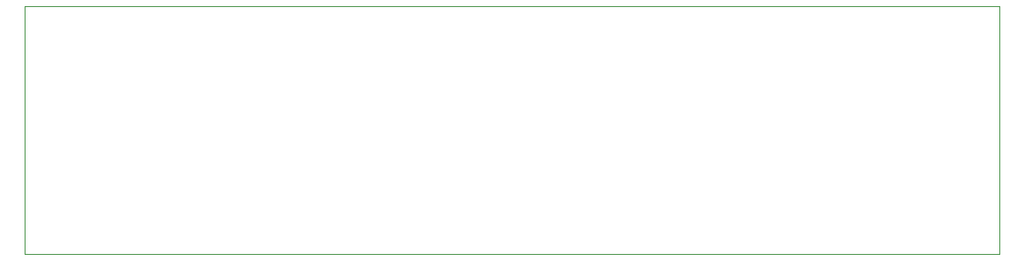
<source format=gbr>
%TF.GenerationSoftware,KiCad,Pcbnew,(5.99.0-3972-g658234715)*%
%TF.CreationDate,2020-10-12T18:33:04-04:00*%
%TF.ProjectId,lamp_refurb,6c616d70-5f72-4656-9675-72622e6b6963,1.0*%
%TF.SameCoordinates,Original*%
%TF.FileFunction,Profile,NP*%
%FSLAX46Y46*%
G04 Gerber Fmt 4.6, Leading zero omitted, Abs format (unit mm)*
G04 Created by KiCad (PCBNEW (5.99.0-3972-g658234715)) date 2020-10-12 18:33:04*
%MOMM*%
%LPD*%
G01*
G04 APERTURE LIST*
%TA.AperFunction,Profile*%
%ADD10C,0.100000*%
%TD*%
G04 APERTURE END LIST*
D10*
X156000000Y-120650000D02*
X62230000Y-120650000D01*
X62230000Y-120650000D02*
X62230000Y-96750000D01*
X62230000Y-96750000D02*
X156000000Y-96750000D01*
X156000000Y-96750000D02*
X156000000Y-120650000D01*
M02*

</source>
